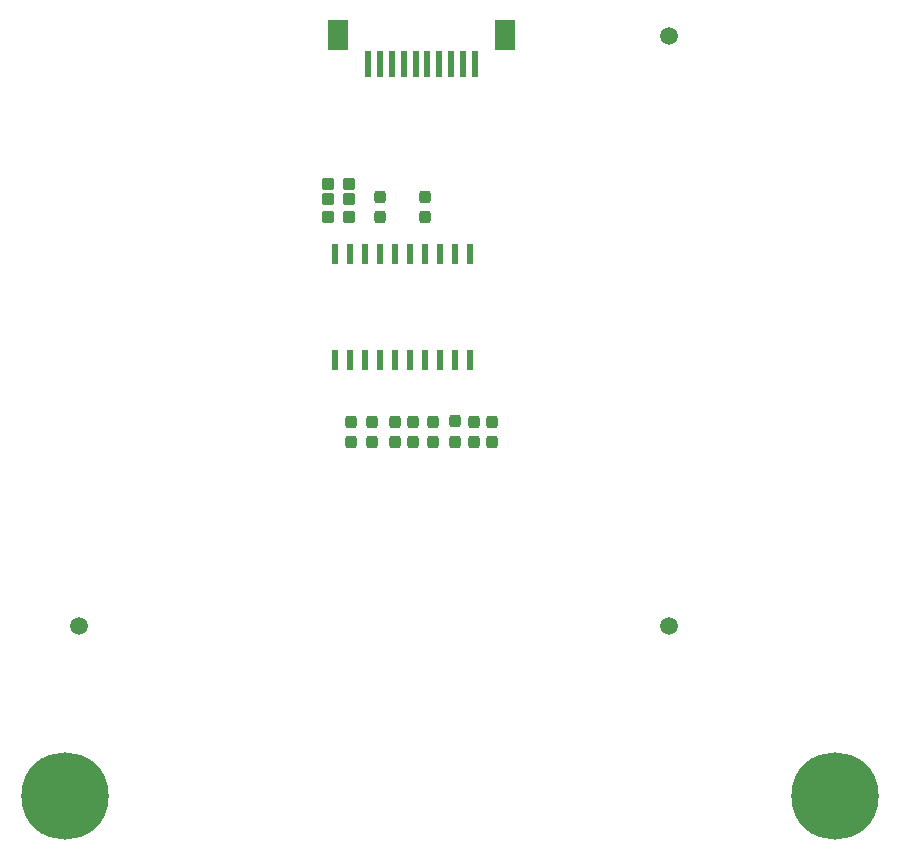
<source format=gbr>
%TF.GenerationSoftware,Altium Limited,Altium Designer,24.7.2 (38)*%
G04 Layer_Color=255*
%FSLAX43Y43*%
%MOMM*%
%TF.SameCoordinates,179ED5A7-1FD7-47B0-8EB6-D2B1FD869DB5*%
%TF.FilePolarity,Positive*%
%TF.FileFunction,Pads,Bot*%
%TF.Part,Single*%
G01*
G75*
%TA.AperFunction,SMDPad,CuDef*%
%ADD13R,1.800X2.600*%
%ADD14R,0.600X2.200*%
%ADD15R,0.508X1.676*%
G04:AMPARAMS|DCode=16|XSize=1mm|YSize=1.05mm|CornerRadius=0.25mm|HoleSize=0mm|Usage=FLASHONLY|Rotation=180.000|XOffset=0mm|YOffset=0mm|HoleType=Round|Shape=RoundedRectangle|*
%AMROUNDEDRECTD16*
21,1,1.000,0.550,0,0,180.0*
21,1,0.500,1.050,0,0,180.0*
1,1,0.500,-0.250,0.275*
1,1,0.500,0.250,0.275*
1,1,0.500,0.250,-0.275*
1,1,0.500,-0.250,-0.275*
%
%ADD16ROUNDEDRECTD16*%
G04:AMPARAMS|DCode=17|XSize=1.05mm|YSize=1.1mm|CornerRadius=0.263mm|HoleSize=0mm|Usage=FLASHONLY|Rotation=90.000|XOffset=0mm|YOffset=0mm|HoleType=Round|Shape=RoundedRectangle|*
%AMROUNDEDRECTD17*
21,1,1.050,0.575,0,0,90.0*
21,1,0.525,1.100,0,0,90.0*
1,1,0.525,0.288,0.263*
1,1,0.525,0.288,-0.263*
1,1,0.525,-0.288,-0.263*
1,1,0.525,-0.288,0.263*
%
%ADD17ROUNDEDRECTD17*%
%TA.AperFunction,FiducialPad,Global*%
%ADD18C,1.500*%
%TA.AperFunction,ComponentPad*%
%ADD19C,7.400*%
D13*
X42097Y69391D02*
D03*
X27897D02*
D03*
D14*
X37497Y66991D02*
D03*
X34497D02*
D03*
X30497D02*
D03*
X31497D02*
D03*
X32497D02*
D03*
X33497D02*
D03*
X35497D02*
D03*
X36497D02*
D03*
X38497D02*
D03*
X39497D02*
D03*
D15*
X39107Y50841D02*
D03*
X37837D02*
D03*
X36567D02*
D03*
X35297D02*
D03*
X34027D02*
D03*
X32757D02*
D03*
X31487D02*
D03*
X30217D02*
D03*
X28947D02*
D03*
X27677D02*
D03*
Y41900D02*
D03*
X28947D02*
D03*
X30217D02*
D03*
X31487D02*
D03*
X32757D02*
D03*
X34027D02*
D03*
X35297D02*
D03*
X36567D02*
D03*
X37837D02*
D03*
X39107D02*
D03*
D16*
X30854Y36686D02*
D03*
Y34936D02*
D03*
X34273D02*
D03*
Y36686D02*
D03*
X40954Y34936D02*
D03*
Y36686D02*
D03*
X35951Y34936D02*
D03*
Y36686D02*
D03*
X32757Y34936D02*
D03*
Y36686D02*
D03*
X37837Y34966D02*
D03*
Y36716D02*
D03*
X28997Y34936D02*
D03*
Y36686D02*
D03*
X39424Y34936D02*
D03*
Y36686D02*
D03*
X35297Y55716D02*
D03*
Y53966D02*
D03*
X31487Y55716D02*
D03*
Y53966D02*
D03*
D17*
X28897Y56841D02*
D03*
X27097D02*
D03*
X27073Y55528D02*
D03*
X28873D02*
D03*
X27097Y53966D02*
D03*
X28897D02*
D03*
D18*
X55997Y69341D02*
D03*
X5997Y19341D02*
D03*
X55997D02*
D03*
D19*
X70000Y5000D02*
D03*
X4831D02*
D03*
%TF.MD5,22e5df0bc14b3f876ab32a68aa049163*%
M02*

</source>
